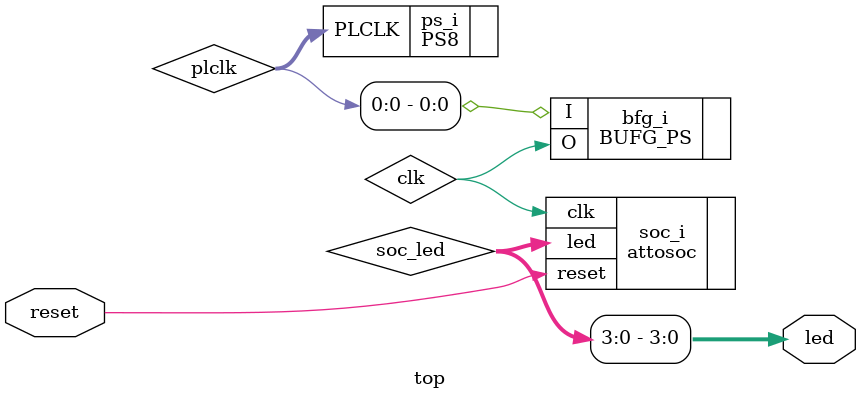
<source format=v>
module top (input reset, output [3:0] led);

    // Use PS8 to get a 100MHz clock
    wire [3:0] plclk;
    PS8 ps_i(
        .PLCLK(plclk)
    );

    (* BEL="BUFG_PS_X0Y91/BUFG_PS" *)
    BUFG_PS bfg_i(
        .I(plclk[0]),
        .O(clk)
    );

//`define BLINKY
`ifdef BLINKY
    reg clkdiv;
    reg [19:0] ctr;

    always @(posedge clk) {clkdiv, ctr} <= ctr + 1'b1;

    reg [3:0] led_r;

    always @(posedge clk) begin
        if (clkdiv)
            led_r <= led_r - 1'b1;
    end
    assign led = led_r;
`else
    wire [7:0] soc_led;

    attosoc soc_i(
        .clk(clk),
        .reset(reset),
        .led(soc_led)
    );

    assign led = soc_led[3:0];
`endif
endmodule
</source>
